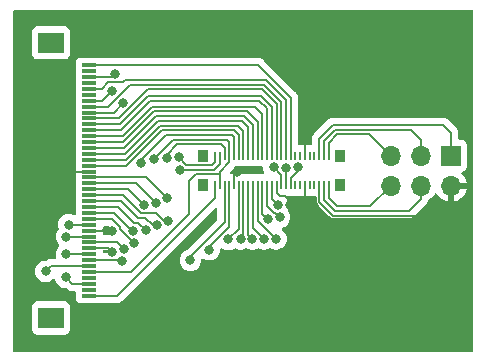
<source format=gtl>
%TF.GenerationSoftware,KiCad,Pcbnew,(6.0.11)*%
%TF.CreationDate,2023-02-05T22:54:30+01:00*%
%TF.ProjectId,ES108FC1_Connector,45533130-3846-4433-915f-436f6e6e6563,rev?*%
%TF.SameCoordinates,Original*%
%TF.FileFunction,Copper,L1,Top*%
%TF.FilePolarity,Positive*%
%FSLAX46Y46*%
G04 Gerber Fmt 4.6, Leading zero omitted, Abs format (unit mm)*
G04 Created by KiCad (PCBNEW (6.0.11)) date 2023-02-05 22:54:30*
%MOMM*%
%LPD*%
G01*
G04 APERTURE LIST*
%TA.AperFunction,SMDPad,CuDef*%
%ADD10R,1.300000X0.300000*%
%TD*%
%TA.AperFunction,SMDPad,CuDef*%
%ADD11R,2.200000X1.800000*%
%TD*%
%TA.AperFunction,SMDPad,CuDef*%
%ADD12R,0.900000X1.000000*%
%TD*%
%TA.AperFunction,SMDPad,CuDef*%
%ADD13R,0.200000X0.800000*%
%TD*%
%TA.AperFunction,ComponentPad*%
%ADD14O,1.700000X1.700000*%
%TD*%
%TA.AperFunction,ComponentPad*%
%ADD15R,1.700000X1.700000*%
%TD*%
%TA.AperFunction,ViaPad*%
%ADD16C,0.800000*%
%TD*%
%TA.AperFunction,Conductor*%
%ADD17C,0.200000*%
%TD*%
G04 APERTURE END LIST*
D10*
%TO.P,U1,1,VGL*%
%TO.N,/VGL*%
X21050000Y-33700000D03*
%TO.P,U1,2,NC*%
%TO.N,unconnected-(U1-Pad2)*%
X21050000Y-33200000D03*
%TO.P,U1,3,VGH*%
%TO.N,/VGH*%
X21050000Y-32700000D03*
%TO.P,U1,4,NC*%
%TO.N,unconnected-(U1-Pad4)*%
X21050000Y-32200000D03*
%TO.P,U1,5,VDD*%
%TO.N,VDD*%
X21050000Y-31700000D03*
%TO.P,U1,6,Mode*%
%TO.N,/MODE*%
X21050000Y-31200000D03*
%TO.P,U1,7,CKV*%
%TO.N,/CKV*%
X21050000Y-30700000D03*
%TO.P,U1,8,SPV*%
%TO.N,/SPV*%
X21050000Y-30200000D03*
%TO.P,U1,9,VSS*%
%TO.N,GND*%
X21050000Y-29700000D03*
%TO.P,U1,10,VCOM*%
%TO.N,/VCOM*%
X21050000Y-29200000D03*
%TO.P,U1,11,VDD*%
%TO.N,VDD*%
X21050000Y-28700000D03*
%TO.P,U1,12,VSS*%
%TO.N,GND*%
X21050000Y-28200000D03*
%TO.P,U1,13,XCL*%
%TO.N,/XCL*%
X21050000Y-27700000D03*
%TO.P,U1,14,D0*%
%TO.N,/D0*%
X21050000Y-27200000D03*
%TO.P,U1,15,D1*%
%TO.N,/D1*%
X21050000Y-26700000D03*
%TO.P,U1,16,D2*%
%TO.N,/D2*%
X21050000Y-26200000D03*
%TO.P,U1,17,D3*%
%TO.N,/D3*%
X21050000Y-25700000D03*
%TO.P,U1,18,D4*%
%TO.N,/D4*%
X21050000Y-25200000D03*
%TO.P,U1,19,D5*%
%TO.N,/D5*%
X21050000Y-24700000D03*
%TO.P,U1,20,D6*%
%TO.N,/D6*%
X21050000Y-24200000D03*
%TO.P,U1,21,D7*%
%TO.N,/D7*%
X21050000Y-23700000D03*
%TO.P,U1,22,VSS*%
%TO.N,GND*%
X21050000Y-23200000D03*
%TO.P,U1,23,D8*%
%TO.N,/D8*%
X21050000Y-22700000D03*
%TO.P,U1,24,D9*%
%TO.N,/D9*%
X21050000Y-22200000D03*
%TO.P,U1,25,D10*%
%TO.N,/D10*%
X21050000Y-21700000D03*
%TO.P,U1,26,D11*%
%TO.N,/D11*%
X21050000Y-21200000D03*
%TO.P,U1,27,D12*%
%TO.N,/D12*%
X21050000Y-20700000D03*
%TO.P,U1,28,D13*%
%TO.N,/D13*%
X21050000Y-20200000D03*
%TO.P,U1,29,D14*%
%TO.N,/D14*%
X21050000Y-19700000D03*
%TO.P,U1,30,D15*%
%TO.N,/D15*%
X21050000Y-19200000D03*
%TO.P,U1,31,XSTL*%
%TO.N,/XSTL*%
X21050000Y-18700000D03*
%TO.P,U1,32,XLE*%
%TO.N,/XLE*%
X21050000Y-18200000D03*
%TO.P,U1,33,XOE*%
%TO.N,/XOE*%
X21050000Y-17700000D03*
%TO.P,U1,34,TEST*%
%TO.N,/TEST*%
X21050000Y-17200000D03*
%TO.P,U1,35,NC*%
%TO.N,unconnected-(U1-Pad35)*%
X21050000Y-16700000D03*
%TO.P,U1,36,VPOS*%
%TO.N,/VPOS*%
X21050000Y-16200000D03*
%TO.P,U1,37,NC*%
%TO.N,unconnected-(U1-Pad37)*%
X21050000Y-15700000D03*
%TO.P,U1,38,VNEG*%
%TO.N,/VNEG*%
X21050000Y-15200000D03*
%TO.P,U1,39,NC*%
%TO.N,unconnected-(U1-Pad39)*%
X21050000Y-14700000D03*
%TO.P,U1,40,BORDER*%
%TO.N,/BRD*%
X21050000Y-14200000D03*
D11*
%TO.P,U1,MP*%
%TO.N,N/C*%
X17800000Y-12300000D03*
X17800000Y-35600000D03*
%TD*%
D12*
%TO.P,J2,0*%
%TO.N,N/C*%
X30692336Y-21842336D03*
X30692336Y-24342336D03*
X42292336Y-21842336D03*
X42292336Y-24342336D03*
D13*
%TO.P,J2,1,VGL*%
%TO.N,/VGL*%
X31692336Y-24342336D03*
%TO.P,J2,2,VGH*%
%TO.N,/VGH*%
X31692336Y-21842336D03*
%TO.P,J2,3,VDD*%
%TO.N,VDD*%
X32092336Y-24342336D03*
%TO.P,J2,4,MODE*%
%TO.N,/MODE*%
X32092336Y-21842336D03*
%TO.P,J2,5,CKV*%
%TO.N,/CKV*%
X32492336Y-24342336D03*
%TO.P,J2,6,SPV*%
%TO.N,/SPV*%
X32492336Y-21842336D03*
%TO.P,J2,7,VCOM*%
%TO.N,/VCOM*%
X32892336Y-24342336D03*
%TO.P,J2,8,VDD*%
%TO.N,VDD*%
X32892336Y-21842336D03*
%TO.P,J2,9,VSS*%
%TO.N,GND*%
X33292336Y-24342336D03*
%TO.P,J2,10,XCL*%
%TO.N,/XCL*%
X33292336Y-21842336D03*
%TO.P,J2,11,D0*%
%TO.N,/D0*%
X33692336Y-24342336D03*
%TO.P,J2,12,D8*%
%TO.N,/D8*%
X33692336Y-21842336D03*
%TO.P,J2,13,D1*%
%TO.N,/D1*%
X34092336Y-24342336D03*
%TO.P,J2,14,D9*%
%TO.N,/D9*%
X34092336Y-21842336D03*
%TO.P,J2,15,D2*%
%TO.N,/D2*%
X34492336Y-24342336D03*
%TO.P,J2,16,D10*%
%TO.N,/D10*%
X34492336Y-21842336D03*
%TO.P,J2,17,D3*%
%TO.N,/D3*%
X34892336Y-24342336D03*
%TO.P,J2,18,D11*%
%TO.N,/D11*%
X34892336Y-21842336D03*
%TO.P,J2,19,D4*%
%TO.N,/D4*%
X35292336Y-24342336D03*
%TO.P,J2,20,D12*%
%TO.N,/D12*%
X35292336Y-21842336D03*
%TO.P,J2,21,D5*%
%TO.N,/D5*%
X35692336Y-24342336D03*
%TO.P,J2,22,D13*%
%TO.N,/D13*%
X35692336Y-21842336D03*
%TO.P,J2,23,D6*%
%TO.N,/D6*%
X36092336Y-24342336D03*
%TO.P,J2,24,D14*%
%TO.N,/D14*%
X36092336Y-21842336D03*
%TO.P,J2,25,D7*%
%TO.N,/D7*%
X36492336Y-24342336D03*
%TO.P,J2,26,D15*%
%TO.N,/D15*%
X36492336Y-21842336D03*
%TO.P,J2,27,VSS*%
%TO.N,GND*%
X36892336Y-24342336D03*
%TO.P,J2,28,XSTL*%
%TO.N,/XSTL*%
X36892336Y-21842336D03*
%TO.P,J2,29,XLE*%
%TO.N,/XLE*%
X37292336Y-24342336D03*
%TO.P,J2,30,XOE*%
%TO.N,/XOE*%
X37292336Y-21842336D03*
%TO.P,J2,31,XON*%
%TO.N,/TEST*%
X37692336Y-24342336D03*
%TO.P,J2,32,VPOS*%
%TO.N,/VPOS*%
X37692336Y-21842336D03*
%TO.P,J2,33,VNEG*%
%TO.N,/VNEG*%
X38092336Y-24342336D03*
%TO.P,J2,34,Border*%
%TO.N,/BRD*%
X38092336Y-21842336D03*
%TO.P,J2,35,NC*%
%TO.N,unconnected-(J2-Pad35)*%
X38492336Y-24342336D03*
%TO.P,J2,36,NC*%
%TO.N,unconnected-(J2-Pad36)*%
X38492336Y-21842336D03*
%TO.P,J2,37,NC*%
%TO.N,unconnected-(J2-Pad37)*%
X38892336Y-24342336D03*
%TO.P,J2,38,NC*%
%TO.N,unconnected-(J2-Pad38)*%
X38892336Y-21842336D03*
%TO.P,J2,39,VSS*%
%TO.N,GND*%
X39292336Y-24342336D03*
%TO.P,J2,40,VSS*%
X39292336Y-21842336D03*
%TO.P,J2,41,NC*%
%TO.N,unconnected-(J2-Pad41)*%
X39692336Y-24342336D03*
%TO.P,J2,42,NC*%
%TO.N,unconnected-(J2-Pad42)*%
X39692336Y-21842336D03*
%TO.P,J2,43,NC*%
%TO.N,unconnected-(J2-Pad43)*%
X40092336Y-24342336D03*
%TO.P,J2,44,NC*%
%TO.N,unconnected-(J2-Pad44)*%
X40092336Y-21842336D03*
%TO.P,J2,45,VSS*%
%TO.N,GND*%
X40492336Y-24342336D03*
%TO.P,J2,46,VDD2*%
%TO.N,/SPI_VDD*%
X40492336Y-21842336D03*
%TO.P,J2,47,SPI_SCL*%
%TO.N,/SPI_SCL*%
X40892336Y-24342336D03*
%TO.P,J2,48,SPI_NCS*%
%TO.N,/SPI_NCS*%
X40892336Y-21842336D03*
%TO.P,J2,49,SPI_SDI*%
%TO.N,/SPI_SDI*%
X41292336Y-24342336D03*
%TO.P,J2,50,SPI_SDO*%
%TO.N,/SPI_SDO*%
X41292336Y-21842336D03*
%TD*%
D14*
%TO.P,J1,6,Pin_6*%
%TO.N,/SPI_SDI*%
X46570000Y-24390000D03*
%TO.P,J1,5,Pin_5*%
%TO.N,/SPI_SDO*%
X46570000Y-21850000D03*
%TO.P,J1,4,Pin_4*%
%TO.N,/SPI_SCL*%
X49110000Y-24390000D03*
%TO.P,J1,3,Pin_3*%
%TO.N,/SPI_NCS*%
X49110000Y-21850000D03*
%TO.P,J1,2,Pin_2*%
%TO.N,GND*%
X51650000Y-24390000D03*
D15*
%TO.P,J1,1,Pin_1*%
%TO.N,/SPI_VDD*%
X51650000Y-21850000D03*
%TD*%
D16*
%TO.N,GND*%
X15350000Y-10600000D03*
X15500000Y-37700000D03*
X40300000Y-17950000D03*
X47250000Y-10700000D03*
X50950000Y-14450000D03*
X50900000Y-10750000D03*
X35100000Y-11000000D03*
X30750000Y-12500000D03*
X28300000Y-11000000D03*
X25100000Y-12500000D03*
X18450000Y-14600000D03*
X16200000Y-16300000D03*
X18450000Y-18050000D03*
X16200000Y-20050000D03*
X49150000Y-36500000D03*
X49950000Y-37600000D03*
X48150000Y-37600000D03*
X49150000Y-29700000D03*
X50000000Y-30850000D03*
X48100000Y-30900000D03*
X19500000Y-26300000D03*
X19450000Y-24800000D03*
X26350000Y-37000000D03*
X25400000Y-35800000D03*
X24050000Y-36950000D03*
X38050000Y-26000000D03*
X33550000Y-23200000D03*
X22950000Y-28200000D03*
X22950000Y-30000000D03*
X19441642Y-23149500D03*
%TO.N,/VNEG*%
X38679445Y-22839492D03*
X23250000Y-14900000D03*
%TO.N,/TEST*%
X37680140Y-22859370D03*
X22950000Y-16350000D03*
%TO.N,/XLE*%
X36668506Y-22836979D03*
X23871064Y-17421064D03*
%TO.N,/CKV*%
X23800000Y-30750000D03*
X29600000Y-30700000D03*
%TO.N,/VCOM*%
X23964317Y-29764097D03*
X31200000Y-29799500D03*
%TO.N,/MODE*%
X28705378Y-23094622D03*
X17350000Y-31650000D03*
%TO.N,/VGH*%
X19050000Y-32150000D03*
X28600000Y-22000000D03*
%TO.N,/SPV*%
X19100000Y-30200000D03*
X27589244Y-22039244D03*
%TO.N,VDD*%
X19100000Y-28700000D03*
X26479003Y-22160241D03*
%TO.N,/XCL*%
X25408837Y-22458837D03*
X19300000Y-27700000D03*
%TO.N,/D7*%
X27624077Y-25450500D03*
X36994622Y-26005378D03*
%TO.N,/D6*%
X26655102Y-25850500D03*
X37150550Y-27061785D03*
%TO.N,/D5*%
X25655638Y-26016394D03*
X36165996Y-27234004D03*
%TO.N,/D4*%
X27681368Y-27350500D03*
X36842853Y-28900104D03*
%TO.N,/D3*%
X35843351Y-28899564D03*
X26748439Y-27750500D03*
%TO.N,/D2*%
X25818754Y-28150500D03*
X34843850Y-28901354D03*
%TO.N,/D1*%
X24775365Y-28224635D03*
X33844372Y-28894372D03*
%TO.N,/D0*%
X24835319Y-29273832D03*
X32800000Y-28949500D03*
%TO.N,GND*%
X39392336Y-26042336D03*
X39292336Y-19942336D03*
%TD*%
D17*
%TO.N,/D7*%
X27624077Y-25450500D02*
X25873577Y-23700000D01*
X25873577Y-23700000D02*
X21050000Y-23700000D01*
%TO.N,/D6*%
X26655102Y-25850500D02*
X25004602Y-24200000D01*
X25004602Y-24200000D02*
X21050000Y-24200000D01*
%TO.N,/D4*%
X27681368Y-27350500D02*
X27338389Y-27350500D01*
X27338389Y-27350500D02*
X26712524Y-26724635D01*
X26712524Y-26724635D02*
X25374635Y-26724635D01*
X25374635Y-26724635D02*
X23850000Y-25200000D01*
X23850000Y-25200000D02*
X21050000Y-25200000D01*
%TO.N,/D5*%
X25655638Y-26016394D02*
X24339244Y-24700000D01*
X24339244Y-24700000D02*
X21050000Y-24700000D01*
%TO.N,/D3*%
X26748439Y-27750500D02*
X26408704Y-27750500D01*
X26408704Y-27750500D02*
X25782839Y-27124635D01*
X25782839Y-27124635D02*
X25186301Y-27124635D01*
X25186301Y-27124635D02*
X23761666Y-25700000D01*
X23761666Y-25700000D02*
X21050000Y-25700000D01*
%TO.N,/D2*%
X25818754Y-28150500D02*
X25192889Y-27524635D01*
X25192889Y-27524635D02*
X24824635Y-27524635D01*
X24824635Y-27524635D02*
X23500000Y-26200000D01*
X23500000Y-26200000D02*
X21050000Y-26200000D01*
%TO.N,/D1*%
X24775365Y-28224635D02*
X24674635Y-28224635D01*
X24674635Y-28224635D02*
X23150000Y-26700000D01*
X23150000Y-26700000D02*
X21050000Y-26700000D01*
%TO.N,/D0*%
X24835319Y-29273832D02*
X23650000Y-28088513D01*
X23650000Y-28088513D02*
X23650000Y-27910050D01*
X23650000Y-27910050D02*
X22939950Y-27200000D01*
X22939950Y-27200000D02*
X21050000Y-27200000D01*
%TO.N,/VCOM*%
X23964317Y-29764097D02*
X23400220Y-29200000D01*
X23400220Y-29200000D02*
X21050000Y-29200000D01*
%TO.N,/SPI_NCS*%
X40892336Y-21842336D02*
X40892336Y-20576650D01*
X40892336Y-20576650D02*
X41826651Y-19642336D01*
X41826651Y-19642336D02*
X48242336Y-19642336D01*
X48242336Y-19642336D02*
X49110000Y-20510000D01*
X49110000Y-20510000D02*
X49110000Y-21850000D01*
%TO.N,/SPI_SCL*%
X40892336Y-24342336D02*
X40892336Y-25608022D01*
X40892336Y-25608022D02*
X41826651Y-26542336D01*
X41826651Y-26542336D02*
X48107664Y-26542336D01*
X48107664Y-26542336D02*
X49110000Y-25540000D01*
X49110000Y-25540000D02*
X49110000Y-24390000D01*
%TO.N,GND*%
X51650000Y-26374672D02*
X51650000Y-24390000D01*
%TO.N,/SPI_SDI*%
X41292336Y-24342336D02*
X41292336Y-25442336D01*
%TO.N,GND*%
X51082336Y-26942336D02*
X51650000Y-26374672D01*
%TO.N,/SPI_SDI*%
X41292336Y-25442336D02*
X41992336Y-26142336D01*
%TO.N,GND*%
X40492336Y-25773708D02*
X41660965Y-26942336D01*
%TO.N,/SPI_SDO*%
X44762336Y-20042336D02*
X46570000Y-21850000D01*
%TO.N,/SPI_SDI*%
X41992336Y-26142336D02*
X44817664Y-26142336D01*
%TO.N,/SPI_SDO*%
X41992336Y-20042336D02*
X44762336Y-20042336D01*
%TO.N,GND*%
X40492336Y-24342336D02*
X40492336Y-25773708D01*
%TO.N,/SPI_SDI*%
X44817664Y-26142336D02*
X46570000Y-24390000D01*
%TO.N,GND*%
X41660965Y-26942336D02*
X51082336Y-26942336D01*
%TO.N,/SPI_VDD*%
X50992336Y-19242336D02*
X51650000Y-19900000D01*
%TO.N,/SPI_SDO*%
X41292336Y-20742336D02*
X41992336Y-20042336D01*
X41292336Y-21842336D02*
X41292336Y-20742336D01*
%TO.N,/SPI_VDD*%
X40492336Y-21842336D02*
X40492336Y-20410964D01*
X40492336Y-20410964D02*
X41660965Y-19242336D01*
X41660965Y-19242336D02*
X50992336Y-19242336D01*
X51650000Y-19900000D02*
X51650000Y-21850000D01*
%TO.N,GND*%
X38050000Y-25760756D02*
X38050000Y-26000000D01*
X37594622Y-25305378D02*
X38050000Y-25760756D01*
X36892336Y-25042336D02*
X37155378Y-25305378D01*
X36892336Y-24342336D02*
X36892336Y-25042336D01*
X37155378Y-25305378D02*
X37594622Y-25305378D01*
X33292336Y-23457664D02*
X33550000Y-23200000D01*
X33292336Y-24342336D02*
X33292336Y-23457664D01*
X21050000Y-28200000D02*
X22950000Y-28200000D01*
X22650000Y-29700000D02*
X22950000Y-30000000D01*
X21050000Y-29700000D02*
X22650000Y-29700000D01*
X19492142Y-23200000D02*
X19441642Y-23149500D01*
X21050000Y-23200000D02*
X19492142Y-23200000D01*
%TO.N,VDD*%
X32092336Y-24342336D02*
X32092336Y-23442336D01*
X30057664Y-23442336D02*
X32092336Y-23442336D01*
X32092336Y-23442336D02*
X32092336Y-23207664D01*
X29500000Y-26800000D02*
X29500000Y-24000000D01*
X29500000Y-24000000D02*
X30057664Y-23442336D01*
%TO.N,/MODE*%
X32092336Y-21842336D02*
X32092335Y-22573350D01*
X32092335Y-22573350D02*
X31623348Y-23042336D01*
X31623348Y-23042336D02*
X28757664Y-23042336D01*
X28757664Y-23042336D02*
X28705378Y-23094622D01*
%TO.N,/VGH*%
X31692336Y-21842336D02*
X31692336Y-22407664D01*
X31692336Y-22407664D02*
X31457663Y-22642336D01*
X31457663Y-22642336D02*
X29242336Y-22642336D01*
X29242336Y-22642336D02*
X28600000Y-22000000D01*
%TO.N,VDD*%
X24600000Y-31700000D02*
X29500000Y-26800000D01*
X21050000Y-31700000D02*
X24600000Y-31700000D01*
%TO.N,/VNEG*%
X38092336Y-24342336D02*
X38092336Y-23707664D01*
X38092336Y-23707664D02*
X38679445Y-23120555D01*
X38679445Y-23120555D02*
X38679445Y-22839492D01*
%TO.N,/TEST*%
X37680140Y-22859370D02*
X37680140Y-23282927D01*
X37680140Y-23282927D02*
X37692336Y-23295124D01*
X37692336Y-23295124D02*
X37692336Y-24342336D01*
%TO.N,/XLE*%
X36668506Y-22836979D02*
X37292336Y-23460809D01*
X37292336Y-23460809D02*
X37292336Y-24342336D01*
%TO.N,/VNEG*%
X21050000Y-15200000D02*
X22950000Y-15200000D01*
X22950000Y-15200000D02*
X23250000Y-14900000D01*
%TO.N,/VPOS*%
X37692336Y-21842336D02*
X37692336Y-17108022D01*
X37692336Y-17108022D02*
X36034314Y-15450000D01*
X36034314Y-15450000D02*
X24050000Y-15450000D01*
X24050000Y-15450000D02*
X23850000Y-15650000D01*
X23850000Y-15650000D02*
X22660050Y-15650000D01*
X22660050Y-15650000D02*
X22110050Y-16200000D01*
X22110050Y-16200000D02*
X21050000Y-16200000D01*
%TO.N,/TEST*%
X21050000Y-17200000D02*
X22100000Y-17200000D01*
X22100000Y-17200000D02*
X22950000Y-16350000D01*
%TO.N,/XOE*%
X37292336Y-21842336D02*
X37292336Y-17273708D01*
X37292336Y-17273708D02*
X35868628Y-15850000D01*
X35868628Y-15850000D02*
X24450000Y-15850000D01*
X22600000Y-17700000D02*
X21050000Y-17700000D01*
X24450000Y-15850000D02*
X22600000Y-17700000D01*
%TO.N,/XLE*%
X21050000Y-18200000D02*
X23092128Y-18200000D01*
X23092128Y-18200000D02*
X23871064Y-17421064D01*
%TO.N,/VGL*%
X31692336Y-24342336D02*
X31692336Y-25407664D01*
X31692336Y-25407664D02*
X23400000Y-33700000D01*
X23400000Y-33700000D02*
X21050000Y-33700000D01*
%TO.N,/CKV*%
X32492336Y-27507664D02*
X29900000Y-30100000D01*
X32492336Y-24342336D02*
X32492336Y-27507664D01*
X29900000Y-30100000D02*
X29600000Y-30400000D01*
X29600000Y-30400000D02*
X29600000Y-30700000D01*
X23800000Y-30750000D02*
X23750000Y-30700000D01*
X23750000Y-30700000D02*
X21050000Y-30700000D01*
%TO.N,/VCOM*%
X32892336Y-24342336D02*
X32892336Y-27857664D01*
X32892336Y-27857664D02*
X31200000Y-29550000D01*
X31200000Y-29550000D02*
X31200000Y-29799500D01*
%TO.N,VDD*%
X32092336Y-23207664D02*
X32892336Y-22407664D01*
X32892336Y-22407664D02*
X32892336Y-21842336D01*
%TO.N,/MODE*%
X21050000Y-31200000D02*
X17800000Y-31200000D01*
X17800000Y-31200000D02*
X17350000Y-31650000D01*
%TO.N,/VGH*%
X19050000Y-32150000D02*
X19600000Y-32700000D01*
X19600000Y-32700000D02*
X21050000Y-32700000D01*
%TO.N,/SPV*%
X19100000Y-30200000D02*
X21050000Y-30200000D01*
X27589244Y-21760756D02*
X27589244Y-22039244D01*
X28450000Y-20900000D02*
X27589244Y-21760756D01*
X32492336Y-21242336D02*
X32150000Y-20900000D01*
X32150000Y-20900000D02*
X28450000Y-20900000D01*
X32492336Y-21842336D02*
X32492336Y-21242336D01*
%TO.N,VDD*%
X32892336Y-20700000D02*
X32692336Y-20500000D01*
X32892336Y-21842336D02*
X32892336Y-20700000D01*
X32692336Y-20500000D02*
X28139244Y-20500000D01*
X28139244Y-20500000D02*
X26479003Y-22160241D01*
X19100000Y-28700000D02*
X21050000Y-28700000D01*
%TO.N,/XCL*%
X33292336Y-20308022D02*
X33092157Y-20107843D01*
X27550000Y-20100000D02*
X25408837Y-22241163D01*
X33092157Y-20107843D02*
X33084314Y-20100000D01*
X33292336Y-21842336D02*
X33292336Y-20308022D01*
X25408837Y-22241163D02*
X25408837Y-22458837D01*
X33084314Y-20100000D02*
X27550000Y-20100000D01*
X19300000Y-27700000D02*
X21050000Y-27700000D01*
%TO.N,/D6*%
X37150550Y-27061785D02*
X36794143Y-26705378D01*
X36794143Y-26705378D02*
X36704672Y-26705378D01*
X36704672Y-26705378D02*
X36092336Y-26093042D01*
X36092336Y-26093042D02*
X36092336Y-24342336D01*
%TO.N,/D5*%
X35692336Y-26760344D02*
X35692336Y-24342336D01*
X36165996Y-27234004D02*
X35692336Y-26760344D01*
%TO.N,/D7*%
X36994622Y-26005378D02*
X36492336Y-25503092D01*
X36492336Y-25503092D02*
X36492336Y-24342336D01*
%TO.N,/D4*%
X36842853Y-28900104D02*
X35292336Y-27349587D01*
X35292336Y-27349587D02*
X35292336Y-24342336D01*
%TO.N,/D3*%
X35843351Y-28899564D02*
X34892336Y-27948549D01*
X34892336Y-27948549D02*
X34892336Y-24342336D01*
%TO.N,/D2*%
X34843850Y-28901354D02*
X34492336Y-28549840D01*
X34492336Y-28549840D02*
X34492336Y-24342336D01*
%TO.N,/D1*%
X33844372Y-28894372D02*
X34092336Y-28646408D01*
X34092336Y-28646408D02*
X34092336Y-24342336D01*
%TO.N,/D0*%
X32800000Y-28949500D02*
X33692336Y-28057164D01*
X33692336Y-28057164D02*
X33692336Y-24342336D01*
%TO.N,/D8*%
X33692336Y-21842336D02*
X33692336Y-20142336D01*
X24178430Y-22700000D02*
X21050000Y-22700000D01*
X33692336Y-20142336D02*
X33250000Y-19700000D01*
X33250000Y-19700000D02*
X27178430Y-19700000D01*
X27178430Y-19700000D02*
X24178430Y-22700000D01*
%TO.N,/D9*%
X34092336Y-21842336D02*
X34092336Y-19792336D01*
X34092336Y-19792336D02*
X33600000Y-19300000D01*
X33600000Y-19300000D02*
X27012744Y-19300000D01*
X27012744Y-19300000D02*
X24112744Y-22200000D01*
X24112744Y-22200000D02*
X21050000Y-22200000D01*
%TO.N,/D10*%
X34492336Y-21842336D02*
X34492336Y-19458022D01*
X33934314Y-18900000D02*
X26847058Y-18900000D01*
X24047058Y-21700000D02*
X21050000Y-21700000D01*
X34492336Y-19458022D02*
X33934314Y-18900000D01*
X26847058Y-18900000D02*
X24047058Y-21700000D01*
%TO.N,/D11*%
X34892336Y-19292336D02*
X34100000Y-18500000D01*
X34892336Y-21842336D02*
X34892336Y-19292336D01*
X26681372Y-18500000D02*
X23981372Y-21200000D01*
X34100000Y-18500000D02*
X26681372Y-18500000D01*
X23981372Y-21200000D02*
X21050000Y-21200000D01*
%TO.N,/D12*%
X35292336Y-21842336D02*
X35292336Y-19042336D01*
X35292336Y-19042336D02*
X34350000Y-18100000D01*
X34350000Y-18100000D02*
X26515686Y-18100000D01*
X26515686Y-18100000D02*
X23915685Y-20700000D01*
X23915685Y-20700000D02*
X21050000Y-20700000D01*
%TO.N,/D13*%
X35692336Y-21842336D02*
X35692336Y-18298708D01*
X35093628Y-17700000D02*
X26350000Y-17700000D01*
X26350000Y-17700000D02*
X23850000Y-20200000D01*
X35692336Y-18298708D02*
X35093628Y-17700000D01*
X23850000Y-20200000D02*
X21050000Y-20200000D01*
%TO.N,/D14*%
X26206372Y-17206372D02*
X35440686Y-17206372D01*
X21050000Y-19700000D02*
X23712744Y-19700000D01*
X23712744Y-19700000D02*
X26206372Y-17206372D01*
X35440686Y-17206372D02*
X36092336Y-17858022D01*
X36092336Y-17858022D02*
X36092336Y-21842336D01*
%TO.N,/D15*%
X36492336Y-21842336D02*
X36492336Y-17692336D01*
X35600000Y-16800000D02*
X26047058Y-16800000D01*
X36492336Y-17692336D02*
X35600000Y-16800000D01*
X26047058Y-16800000D02*
X23647058Y-19200000D01*
X23647058Y-19200000D02*
X21050000Y-19200000D01*
%TO.N,/XSTL*%
X36892336Y-21842336D02*
X36892336Y-17439394D01*
X36892336Y-17439394D02*
X35702942Y-16250000D01*
X35702942Y-16250000D02*
X26031372Y-16250000D01*
X26031372Y-16250000D02*
X23581372Y-18700000D01*
X23581372Y-18700000D02*
X21050000Y-18700000D01*
%TO.N,/BRD*%
X38092336Y-21842336D02*
X38092336Y-16942336D01*
X38092336Y-16942336D02*
X35350000Y-14200000D01*
X35350000Y-14200000D02*
X21050000Y-14200000D01*
%TO.N,GND*%
X39292336Y-25942336D02*
X39392336Y-26042336D01*
X39292336Y-21842336D02*
X39292336Y-19942336D01*
X39292336Y-24342336D02*
X39292336Y-25942336D01*
%TD*%
%TA.AperFunction,Conductor*%
%TO.N,GND*%
G36*
X53483621Y-9528502D02*
G01*
X53530114Y-9582158D01*
X53541500Y-9634500D01*
X53541500Y-38365500D01*
X53521498Y-38433621D01*
X53467842Y-38480114D01*
X53415500Y-38491500D01*
X14684500Y-38491500D01*
X14616379Y-38471498D01*
X14569886Y-38417842D01*
X14558500Y-38365500D01*
X14558500Y-36548134D01*
X16191500Y-36548134D01*
X16198255Y-36610316D01*
X16249385Y-36746705D01*
X16336739Y-36863261D01*
X16453295Y-36950615D01*
X16589684Y-37001745D01*
X16651866Y-37008500D01*
X18948134Y-37008500D01*
X19010316Y-37001745D01*
X19146705Y-36950615D01*
X19263261Y-36863261D01*
X19350615Y-36746705D01*
X19401745Y-36610316D01*
X19408500Y-36548134D01*
X19408500Y-34651866D01*
X19401745Y-34589684D01*
X19350615Y-34453295D01*
X19263261Y-34336739D01*
X19146705Y-34249385D01*
X19010316Y-34198255D01*
X18948134Y-34191500D01*
X16651866Y-34191500D01*
X16589684Y-34198255D01*
X16453295Y-34249385D01*
X16336739Y-34336739D01*
X16249385Y-34453295D01*
X16198255Y-34589684D01*
X16191500Y-34651866D01*
X16191500Y-36548134D01*
X14558500Y-36548134D01*
X14558500Y-31650000D01*
X16436496Y-31650000D01*
X16456458Y-31839928D01*
X16515473Y-32021556D01*
X16610960Y-32186944D01*
X16738747Y-32328866D01*
X16893248Y-32441118D01*
X16899276Y-32443802D01*
X16899278Y-32443803D01*
X17059806Y-32515274D01*
X17067712Y-32518794D01*
X17161113Y-32538647D01*
X17248056Y-32557128D01*
X17248061Y-32557128D01*
X17254513Y-32558500D01*
X17445487Y-32558500D01*
X17451939Y-32557128D01*
X17451944Y-32557128D01*
X17538887Y-32538647D01*
X17632288Y-32518794D01*
X17640194Y-32515274D01*
X17800722Y-32443803D01*
X17800724Y-32443802D01*
X17806752Y-32441118D01*
X17834592Y-32420891D01*
X17955909Y-32332749D01*
X17955911Y-32332747D01*
X17961253Y-32328866D01*
X17965273Y-32324402D01*
X18029080Y-32293780D01*
X18099533Y-32302543D01*
X18154065Y-32348005D01*
X18169217Y-32379196D01*
X18215473Y-32521556D01*
X18218776Y-32527278D01*
X18218777Y-32527279D01*
X18236803Y-32558500D01*
X18310960Y-32686944D01*
X18438747Y-32828866D01*
X18529381Y-32894716D01*
X18586745Y-32936393D01*
X18593248Y-32941118D01*
X18599276Y-32943802D01*
X18599278Y-32943803D01*
X18761681Y-33016109D01*
X18767712Y-33018794D01*
X18861112Y-33038647D01*
X18948056Y-33057128D01*
X18948061Y-33057128D01*
X18954513Y-33058500D01*
X19045761Y-33058500D01*
X19113882Y-33078502D01*
X19134856Y-33095405D01*
X19135685Y-33096234D01*
X19146552Y-33108625D01*
X19166013Y-33133987D01*
X19197925Y-33158474D01*
X19197928Y-33158477D01*
X19234760Y-33186739D01*
X19293125Y-33231524D01*
X19441150Y-33292838D01*
X19560115Y-33308500D01*
X19560120Y-33308500D01*
X19560129Y-33308501D01*
X19591812Y-33312672D01*
X19600000Y-33313750D01*
X19631693Y-33309578D01*
X19648136Y-33308500D01*
X19768709Y-33308500D01*
X19836830Y-33328502D01*
X19883323Y-33382158D01*
X19893972Y-33420891D01*
X19895656Y-33436391D01*
X19895656Y-33463606D01*
X19891500Y-33501866D01*
X19891500Y-33898134D01*
X19898255Y-33960316D01*
X19949385Y-34096705D01*
X20036739Y-34213261D01*
X20153295Y-34300615D01*
X20289684Y-34351745D01*
X20351866Y-34358500D01*
X21748134Y-34358500D01*
X21751531Y-34358131D01*
X21802466Y-34352598D01*
X21802468Y-34352598D01*
X21810316Y-34351745D01*
X21817709Y-34348973D01*
X21817711Y-34348973D01*
X21904284Y-34316518D01*
X21948513Y-34308500D01*
X23351864Y-34308500D01*
X23368307Y-34309578D01*
X23400000Y-34313750D01*
X23408189Y-34312672D01*
X23439874Y-34308501D01*
X23439884Y-34308500D01*
X23439885Y-34308500D01*
X23475836Y-34303767D01*
X23539457Y-34295391D01*
X23550664Y-34293916D01*
X23550666Y-34293915D01*
X23558851Y-34292838D01*
X23706876Y-34231524D01*
X23751345Y-34197402D01*
X23802072Y-34158477D01*
X23802075Y-34158474D01*
X23827434Y-34139015D01*
X23833987Y-34133987D01*
X23839017Y-34127432D01*
X23853452Y-34108621D01*
X23864319Y-34096230D01*
X31668741Y-26291808D01*
X31731053Y-26257782D01*
X31801868Y-26262847D01*
X31858704Y-26305394D01*
X31883515Y-26371914D01*
X31883836Y-26380903D01*
X31883836Y-27203425D01*
X31863834Y-27271546D01*
X31846931Y-27292520D01*
X29317161Y-29822290D01*
X29279314Y-29848302D01*
X29149280Y-29906196D01*
X29149277Y-29906198D01*
X29143248Y-29908882D01*
X28988747Y-30021134D01*
X28860960Y-30163056D01*
X28835840Y-30206565D01*
X28775815Y-30310532D01*
X28765473Y-30328444D01*
X28706458Y-30510072D01*
X28705768Y-30516633D01*
X28705768Y-30516635D01*
X28695921Y-30610322D01*
X28686496Y-30700000D01*
X28706458Y-30889928D01*
X28765473Y-31071556D01*
X28860960Y-31236944D01*
X28988747Y-31378866D01*
X29143248Y-31491118D01*
X29149276Y-31493802D01*
X29149278Y-31493803D01*
X29311681Y-31566109D01*
X29317712Y-31568794D01*
X29411112Y-31588647D01*
X29498056Y-31607128D01*
X29498061Y-31607128D01*
X29504513Y-31608500D01*
X29695487Y-31608500D01*
X29701939Y-31607128D01*
X29701944Y-31607128D01*
X29788888Y-31588647D01*
X29882288Y-31568794D01*
X29888319Y-31566109D01*
X30050722Y-31493803D01*
X30050724Y-31493802D01*
X30056752Y-31491118D01*
X30211253Y-31378866D01*
X30339040Y-31236944D01*
X30434527Y-31071556D01*
X30493542Y-30889928D01*
X30513504Y-30700000D01*
X30511644Y-30682306D01*
X30524416Y-30612468D01*
X30572917Y-30560621D01*
X30641750Y-30543226D01*
X30711013Y-30567198D01*
X30743248Y-30590618D01*
X30749276Y-30593302D01*
X30749278Y-30593303D01*
X30787504Y-30610322D01*
X30917712Y-30668294D01*
X30983638Y-30682307D01*
X31098056Y-30706628D01*
X31098061Y-30706628D01*
X31104513Y-30708000D01*
X31295487Y-30708000D01*
X31301939Y-30706628D01*
X31301944Y-30706628D01*
X31416362Y-30682307D01*
X31482288Y-30668294D01*
X31612496Y-30610322D01*
X31650722Y-30593303D01*
X31650724Y-30593302D01*
X31656752Y-30590618D01*
X31682989Y-30571556D01*
X31758580Y-30516635D01*
X31811253Y-30478366D01*
X31815675Y-30473455D01*
X31934621Y-30341352D01*
X31934622Y-30341351D01*
X31939040Y-30336444D01*
X32017816Y-30200000D01*
X32031223Y-30176779D01*
X32031224Y-30176778D01*
X32034527Y-30171056D01*
X32093542Y-29989428D01*
X32096500Y-29961289D01*
X32112741Y-29806761D01*
X32139754Y-29741105D01*
X32197976Y-29700475D01*
X32268921Y-29697772D01*
X32312109Y-29717994D01*
X32343248Y-29740618D01*
X32349276Y-29743302D01*
X32349278Y-29743303D01*
X32498755Y-29809854D01*
X32517712Y-29818294D01*
X32611112Y-29838147D01*
X32698056Y-29856628D01*
X32698061Y-29856628D01*
X32704513Y-29858000D01*
X32895487Y-29858000D01*
X32901939Y-29856628D01*
X32901944Y-29856628D01*
X32988888Y-29838147D01*
X33082288Y-29818294D01*
X33101245Y-29809854D01*
X33250722Y-29743303D01*
X33250724Y-29743302D01*
X33256752Y-29740618D01*
X33262094Y-29736737D01*
X33294670Y-29713069D01*
X33361538Y-29689210D01*
X33419979Y-29699898D01*
X33556049Y-29760480D01*
X33556057Y-29760483D01*
X33562084Y-29763166D01*
X33655485Y-29783019D01*
X33742428Y-29801500D01*
X33742433Y-29801500D01*
X33748885Y-29802872D01*
X33939859Y-29802872D01*
X33946311Y-29801500D01*
X33946316Y-29801500D01*
X34033259Y-29783019D01*
X34126660Y-29763166D01*
X34285023Y-29692659D01*
X34355388Y-29683225D01*
X34387516Y-29692658D01*
X34486519Y-29736737D01*
X34552724Y-29766213D01*
X34561562Y-29770148D01*
X34654962Y-29790001D01*
X34741906Y-29808482D01*
X34741911Y-29808482D01*
X34748363Y-29809854D01*
X34939337Y-29809854D01*
X34945789Y-29808482D01*
X34945794Y-29808482D01*
X35032738Y-29790001D01*
X35126138Y-29770148D01*
X35134977Y-29766213D01*
X35254340Y-29713069D01*
X35294363Y-29695250D01*
X35364729Y-29685816D01*
X35396857Y-29695249D01*
X35504788Y-29743303D01*
X35549402Y-29763166D01*
X35561063Y-29768358D01*
X35654463Y-29788211D01*
X35741407Y-29806692D01*
X35741412Y-29806692D01*
X35747864Y-29808064D01*
X35938838Y-29808064D01*
X35945290Y-29806692D01*
X35945295Y-29806692D01*
X36032239Y-29788211D01*
X36125639Y-29768358D01*
X36137301Y-29763166D01*
X36291247Y-29694625D01*
X36361614Y-29685191D01*
X36393743Y-29694624D01*
X36446237Y-29717996D01*
X36547691Y-29763166D01*
X36560565Y-29768898D01*
X36653965Y-29788751D01*
X36740909Y-29807232D01*
X36740914Y-29807232D01*
X36747366Y-29808604D01*
X36938340Y-29808604D01*
X36944792Y-29807232D01*
X36944797Y-29807232D01*
X37031741Y-29788751D01*
X37125141Y-29768898D01*
X37134934Y-29764538D01*
X37293575Y-29693907D01*
X37293577Y-29693906D01*
X37299605Y-29691222D01*
X37307495Y-29685490D01*
X37362690Y-29645388D01*
X37454106Y-29578970D01*
X37507499Y-29519671D01*
X37577474Y-29441956D01*
X37577475Y-29441955D01*
X37581893Y-29437048D01*
X37677380Y-29271660D01*
X37736395Y-29090032D01*
X37737736Y-29077279D01*
X37755667Y-28906669D01*
X37756357Y-28900104D01*
X37736395Y-28710176D01*
X37677380Y-28528548D01*
X37581893Y-28363160D01*
X37552110Y-28330082D01*
X37458528Y-28226149D01*
X37458527Y-28226148D01*
X37454106Y-28221238D01*
X37368736Y-28159213D01*
X37325383Y-28102990D01*
X37319308Y-28032254D01*
X37352440Y-27969462D01*
X37416603Y-27934030D01*
X37421528Y-27932983D01*
X37432838Y-27930579D01*
X37438869Y-27927894D01*
X37601272Y-27855588D01*
X37601274Y-27855587D01*
X37607302Y-27852903D01*
X37761803Y-27740651D01*
X37798405Y-27700000D01*
X37885171Y-27603637D01*
X37885172Y-27603636D01*
X37889590Y-27598729D01*
X37985077Y-27433341D01*
X38044092Y-27251713D01*
X38054695Y-27150836D01*
X38063364Y-27068350D01*
X38064054Y-27061785D01*
X38051717Y-26944407D01*
X38044782Y-26878420D01*
X38044782Y-26878418D01*
X38044092Y-26871857D01*
X37985077Y-26690229D01*
X37889590Y-26524841D01*
X37858538Y-26490355D01*
X37827821Y-26426349D01*
X37832341Y-26367111D01*
X37888164Y-26195306D01*
X37894687Y-26133249D01*
X37907436Y-26011943D01*
X37908126Y-26005378D01*
X37901472Y-25942069D01*
X37888854Y-25822013D01*
X37888854Y-25822011D01*
X37888164Y-25815450D01*
X37829149Y-25633822D01*
X37733662Y-25468434D01*
X37727099Y-25461145D01*
X37726294Y-25459467D01*
X37725363Y-25458186D01*
X37725597Y-25458016D01*
X37696382Y-25397138D01*
X37705147Y-25326684D01*
X37750611Y-25272153D01*
X37820736Y-25250836D01*
X37840470Y-25250836D01*
X37843865Y-25250467D01*
X37843869Y-25250467D01*
X37869867Y-25247643D01*
X37878730Y-25246680D01*
X37905942Y-25246680D01*
X37914805Y-25247643D01*
X37940803Y-25250467D01*
X37940807Y-25250467D01*
X37944202Y-25250836D01*
X38240470Y-25250836D01*
X38243865Y-25250467D01*
X38243869Y-25250467D01*
X38269867Y-25247643D01*
X38278730Y-25246680D01*
X38305942Y-25246680D01*
X38314805Y-25247643D01*
X38340803Y-25250467D01*
X38340807Y-25250467D01*
X38344202Y-25250836D01*
X38640470Y-25250836D01*
X38643865Y-25250467D01*
X38643869Y-25250467D01*
X38669867Y-25247643D01*
X38678730Y-25246680D01*
X38705942Y-25246680D01*
X38714805Y-25247643D01*
X38740803Y-25250467D01*
X38740807Y-25250467D01*
X38744202Y-25250836D01*
X39040470Y-25250836D01*
X39081056Y-25246427D01*
X39108269Y-25246427D01*
X39140853Y-25249967D01*
X39147663Y-25250336D01*
X39437006Y-25250335D01*
X39443824Y-25249966D01*
X39476403Y-25246427D01*
X39503616Y-25246427D01*
X39544202Y-25250836D01*
X39840470Y-25250836D01*
X39843865Y-25250467D01*
X39843869Y-25250467D01*
X39869867Y-25247643D01*
X39878730Y-25246680D01*
X39905942Y-25246680D01*
X39914805Y-25247643D01*
X39940803Y-25250467D01*
X39940807Y-25250467D01*
X39944202Y-25250836D01*
X40157836Y-25250836D01*
X40225957Y-25270838D01*
X40272450Y-25324494D01*
X40283836Y-25376836D01*
X40283836Y-25559886D01*
X40282758Y-25576329D01*
X40278586Y-25608022D01*
X40283836Y-25647902D01*
X40283836Y-25647907D01*
X40293408Y-25720606D01*
X40293771Y-25723366D01*
X40293771Y-25723368D01*
X40297508Y-25751753D01*
X40299498Y-25766873D01*
X40360812Y-25914898D01*
X40365839Y-25921449D01*
X40365840Y-25921451D01*
X40433856Y-26010091D01*
X40433862Y-26010097D01*
X40458349Y-26042009D01*
X40481156Y-26059510D01*
X40483713Y-26061472D01*
X40496103Y-26072338D01*
X41362332Y-26938565D01*
X41373200Y-26950957D01*
X41392664Y-26976323D01*
X41399210Y-26981346D01*
X41399213Y-26981349D01*
X41424578Y-27000812D01*
X41424580Y-27000813D01*
X41513223Y-27068832D01*
X41519775Y-27073860D01*
X41527401Y-27077019D01*
X41527403Y-27077020D01*
X41593787Y-27104517D01*
X41667800Y-27135174D01*
X41675987Y-27136252D01*
X41675988Y-27136252D01*
X41687193Y-27137727D01*
X41718389Y-27141834D01*
X41786766Y-27150836D01*
X41786769Y-27150836D01*
X41786777Y-27150837D01*
X41818462Y-27155008D01*
X41826651Y-27156086D01*
X41858344Y-27151914D01*
X41874787Y-27150836D01*
X48059528Y-27150836D01*
X48075971Y-27151914D01*
X48107664Y-27156086D01*
X48115853Y-27155008D01*
X48147538Y-27150837D01*
X48147548Y-27150836D01*
X48147549Y-27150836D01*
X48147565Y-27150834D01*
X48247121Y-27137727D01*
X48258328Y-27136252D01*
X48258330Y-27136251D01*
X48266515Y-27135174D01*
X48414540Y-27073860D01*
X48430277Y-27061785D01*
X48509736Y-27000813D01*
X48509739Y-27000810D01*
X48535098Y-26981351D01*
X48541651Y-26976323D01*
X48546681Y-26969768D01*
X48561116Y-26950957D01*
X48571983Y-26938566D01*
X49506234Y-26004315D01*
X49518625Y-25993448D01*
X49537437Y-25979013D01*
X49543987Y-25973987D01*
X49568474Y-25942075D01*
X49568480Y-25942069D01*
X49636496Y-25853429D01*
X49636497Y-25853427D01*
X49641524Y-25846876D01*
X49702838Y-25698851D01*
X49705434Y-25679133D01*
X49706184Y-25673435D01*
X49734906Y-25608508D01*
X49775675Y-25576729D01*
X49803354Y-25563169D01*
X49807994Y-25560896D01*
X49989860Y-25431173D01*
X49996563Y-25424494D01*
X50094887Y-25326512D01*
X50148096Y-25273489D01*
X50168274Y-25245409D01*
X50278453Y-25092077D01*
X50279640Y-25092930D01*
X50326960Y-25049362D01*
X50396897Y-25037145D01*
X50462338Y-25064678D01*
X50490166Y-25096511D01*
X50547694Y-25190388D01*
X50553777Y-25198699D01*
X50693213Y-25359667D01*
X50700580Y-25366883D01*
X50864434Y-25502916D01*
X50872881Y-25508831D01*
X51056756Y-25616279D01*
X51066042Y-25620729D01*
X51265001Y-25696703D01*
X51274899Y-25699579D01*
X51378250Y-25720606D01*
X51392299Y-25719410D01*
X51396000Y-25709065D01*
X51396000Y-25708517D01*
X51904000Y-25708517D01*
X51908064Y-25722359D01*
X51921478Y-25724393D01*
X51928184Y-25723534D01*
X51938262Y-25721392D01*
X52142255Y-25660191D01*
X52151842Y-25656433D01*
X52343095Y-25562739D01*
X52351945Y-25557464D01*
X52525328Y-25433792D01*
X52533200Y-25427139D01*
X52684052Y-25276812D01*
X52690730Y-25268965D01*
X52815003Y-25096020D01*
X52820313Y-25087183D01*
X52914670Y-24896267D01*
X52918469Y-24886672D01*
X52980377Y-24682910D01*
X52982555Y-24672837D01*
X52983986Y-24661962D01*
X52981775Y-24647778D01*
X52968617Y-24644000D01*
X51922115Y-24644000D01*
X51906876Y-24648475D01*
X51905671Y-24649865D01*
X51904000Y-24657548D01*
X51904000Y-25708517D01*
X51396000Y-25708517D01*
X51396000Y-24262000D01*
X51416002Y-24193879D01*
X51469658Y-24147386D01*
X51522000Y-24136000D01*
X52968344Y-24136000D01*
X52981875Y-24132027D01*
X52983180Y-24122947D01*
X52941214Y-23955875D01*
X52937894Y-23946124D01*
X52852972Y-23750814D01*
X52848105Y-23741739D01*
X52732426Y-23562926D01*
X52726136Y-23554757D01*
X52582293Y-23396677D01*
X52551241Y-23332831D01*
X52559635Y-23262333D01*
X52604812Y-23207564D01*
X52631256Y-23193895D01*
X52738297Y-23153767D01*
X52746705Y-23150615D01*
X52863261Y-23063261D01*
X52950615Y-22946705D01*
X53001745Y-22810316D01*
X53008500Y-22748134D01*
X53008500Y-20951866D01*
X53001745Y-20889684D01*
X52950615Y-20753295D01*
X52863261Y-20636739D01*
X52746705Y-20549385D01*
X52610316Y-20498255D01*
X52548134Y-20491500D01*
X52384500Y-20491500D01*
X52316379Y-20471498D01*
X52269886Y-20417842D01*
X52258500Y-20365500D01*
X52258500Y-19948136D01*
X52259578Y-19931690D01*
X52262672Y-19908188D01*
X52263750Y-19900000D01*
X52258500Y-19860122D01*
X52258500Y-19860115D01*
X52242838Y-19741150D01*
X52181524Y-19593125D01*
X52147828Y-19549212D01*
X52108477Y-19497928D01*
X52108474Y-19497925D01*
X52108471Y-19497921D01*
X52089016Y-19472566D01*
X52089013Y-19472563D01*
X52083987Y-19466013D01*
X52063119Y-19450000D01*
X52058621Y-19446548D01*
X52046230Y-19435681D01*
X51456651Y-18846102D01*
X51445784Y-18833711D01*
X51431349Y-18814899D01*
X51426323Y-18808349D01*
X51394411Y-18783862D01*
X51394408Y-18783859D01*
X51299212Y-18710812D01*
X51151187Y-18649498D01*
X51143000Y-18648420D01*
X51142999Y-18648420D01*
X51131794Y-18646945D01*
X51100598Y-18642838D01*
X51032221Y-18633836D01*
X51032218Y-18633836D01*
X51032210Y-18633835D01*
X51000525Y-18629664D01*
X50992336Y-18628586D01*
X50960643Y-18632758D01*
X50944200Y-18633836D01*
X41709101Y-18633836D01*
X41692655Y-18632758D01*
X41669153Y-18629664D01*
X41660965Y-18628586D01*
X41652777Y-18629664D01*
X41621094Y-18633835D01*
X41621085Y-18633836D01*
X41621080Y-18633836D01*
X41502115Y-18649498D01*
X41431893Y-18678585D01*
X41354089Y-18710812D01*
X41258893Y-18783859D01*
X41258890Y-18783862D01*
X41226978Y-18808349D01*
X41221948Y-18814904D01*
X41207513Y-18833715D01*
X41196646Y-18846106D01*
X40096109Y-19946643D01*
X40083717Y-19957512D01*
X40058349Y-19976977D01*
X40033862Y-20008889D01*
X40033859Y-20008892D01*
X40033853Y-20008900D01*
X39990093Y-20065929D01*
X39960812Y-20104088D01*
X39899498Y-20252113D01*
X39897389Y-20268137D01*
X39883836Y-20371079D01*
X39883836Y-20371084D01*
X39878586Y-20410964D01*
X39879664Y-20419152D01*
X39882758Y-20442654D01*
X39883836Y-20459100D01*
X39883836Y-20807836D01*
X39863834Y-20875957D01*
X39810178Y-20922450D01*
X39757836Y-20933836D01*
X39544202Y-20933836D01*
X39503616Y-20938245D01*
X39476403Y-20938245D01*
X39443819Y-20934705D01*
X39437009Y-20934336D01*
X39147666Y-20934337D01*
X39140848Y-20934706D01*
X39108269Y-20938245D01*
X39081056Y-20938245D01*
X39040470Y-20933836D01*
X38826836Y-20933836D01*
X38758715Y-20913834D01*
X38712222Y-20860178D01*
X38700836Y-20807836D01*
X38700836Y-16990472D01*
X38701914Y-16974026D01*
X38705008Y-16950524D01*
X38706086Y-16942336D01*
X38700836Y-16902456D01*
X38700836Y-16902451D01*
X38685174Y-16783486D01*
X38685174Y-16783485D01*
X38623860Y-16635460D01*
X38550814Y-16540265D01*
X38550810Y-16540261D01*
X38550807Y-16540257D01*
X38531352Y-16514902D01*
X38531349Y-16514899D01*
X38526323Y-16508349D01*
X38519768Y-16503319D01*
X38500957Y-16488884D01*
X38488566Y-16478017D01*
X35814315Y-13803766D01*
X35803448Y-13791375D01*
X35789013Y-13772563D01*
X35783987Y-13766013D01*
X35752075Y-13741526D01*
X35752072Y-13741523D01*
X35708555Y-13708131D01*
X35663429Y-13673504D01*
X35663427Y-13673503D01*
X35656876Y-13668476D01*
X35508851Y-13607162D01*
X35500664Y-13606084D01*
X35500663Y-13606084D01*
X35489458Y-13604609D01*
X35449777Y-13599385D01*
X35389885Y-13591500D01*
X35389882Y-13591500D01*
X35389874Y-13591499D01*
X35358189Y-13587328D01*
X35350000Y-13586250D01*
X35318307Y-13590422D01*
X35301864Y-13591500D01*
X21948513Y-13591500D01*
X21904284Y-13583482D01*
X21817711Y-13551027D01*
X21817709Y-13551027D01*
X21810316Y-13548255D01*
X21802468Y-13547402D01*
X21802466Y-13547402D01*
X21751531Y-13541869D01*
X21748134Y-13541500D01*
X20351866Y-13541500D01*
X20289684Y-13548255D01*
X20153295Y-13599385D01*
X20036739Y-13686739D01*
X19949385Y-13803295D01*
X19898255Y-13939684D01*
X19891500Y-14001866D01*
X19891500Y-14398134D01*
X19891869Y-14401529D01*
X19891869Y-14401533D01*
X19895656Y-14436393D01*
X19895656Y-14463606D01*
X19891500Y-14501866D01*
X19891500Y-14898134D01*
X19891869Y-14901529D01*
X19891869Y-14901533D01*
X19895656Y-14936393D01*
X19895656Y-14963606D01*
X19891500Y-15001866D01*
X19891500Y-15398134D01*
X19891869Y-15401529D01*
X19891869Y-15401533D01*
X19895656Y-15436393D01*
X19895656Y-15463606D01*
X19891500Y-15501866D01*
X19891500Y-15898134D01*
X19891869Y-15901529D01*
X19891869Y-15901533D01*
X19895656Y-15936393D01*
X19895656Y-15963606D01*
X19891500Y-16001866D01*
X19891500Y-16398134D01*
X19891869Y-16401529D01*
X19891869Y-16401533D01*
X19895656Y-16436393D01*
X19895656Y-16463606D01*
X19891500Y-16501866D01*
X19891500Y-16898134D01*
X19891869Y-16901529D01*
X19891869Y-16901533D01*
X19895656Y-16936393D01*
X19895656Y-16963607D01*
X19893635Y-16982216D01*
X19891500Y-17001866D01*
X19891500Y-17398134D01*
X19891869Y-17401529D01*
X19891869Y-17401533D01*
X19895656Y-17436393D01*
X19895656Y-17463606D01*
X19891500Y-17501866D01*
X19891500Y-17898134D01*
X19891869Y-17901529D01*
X19891869Y-17901533D01*
X19895656Y-17936393D01*
X19895656Y-17963606D01*
X19891500Y-18001866D01*
X19891500Y-18398134D01*
X19891869Y-18401529D01*
X19891869Y-18401533D01*
X19895656Y-18436393D01*
X19895656Y-18463606D01*
X19891500Y-18501866D01*
X19891500Y-18898134D01*
X19891869Y-18901529D01*
X19891869Y-18901533D01*
X19895656Y-18936393D01*
X19895656Y-18963606D01*
X19891500Y-19001866D01*
X19891500Y-19398134D01*
X19891869Y-19401529D01*
X19891869Y-19401533D01*
X19895656Y-19436393D01*
X19895656Y-19463607D01*
X19891929Y-19497921D01*
X19891500Y-19501866D01*
X19891500Y-19898134D01*
X19891869Y-19901529D01*
X19891869Y-19901533D01*
X19895656Y-19936393D01*
X19895656Y-19963606D01*
X19891500Y-20001866D01*
X19891500Y-20398134D01*
X19891869Y-20401529D01*
X19891869Y-20401533D01*
X19895656Y-20436393D01*
X19895656Y-20463606D01*
X19894949Y-20470115D01*
X19892475Y-20492894D01*
X19891500Y-20501866D01*
X19891500Y-20898134D01*
X19895433Y-20934336D01*
X19895656Y-20936393D01*
X19895656Y-20963606D01*
X19891500Y-21001866D01*
X19891500Y-21398134D01*
X19891869Y-21401529D01*
X19891869Y-21401533D01*
X19895656Y-21436393D01*
X19895656Y-21463606D01*
X19891500Y-21501866D01*
X19891500Y-21898134D01*
X19891869Y-21901529D01*
X19891869Y-21901533D01*
X19895656Y-21936393D01*
X19895656Y-21963606D01*
X19891500Y-22001866D01*
X19891500Y-22398134D01*
X19891869Y-22401529D01*
X19891869Y-22401533D01*
X19895656Y-22436393D01*
X19895656Y-22463607D01*
X19891961Y-22497625D01*
X19891500Y-22501866D01*
X19891500Y-22898134D01*
X19895909Y-22938720D01*
X19895909Y-22965933D01*
X19892369Y-22998517D01*
X19892000Y-23005328D01*
X19892000Y-23031885D01*
X19896475Y-23047124D01*
X19922170Y-23069389D01*
X19921712Y-23069918D01*
X19934100Y-23076682D01*
X19949208Y-23096840D01*
X19949386Y-23096706D01*
X19970168Y-23124436D01*
X19995015Y-23190943D01*
X19979961Y-23260325D01*
X19970168Y-23275564D01*
X19954769Y-23296111D01*
X19949386Y-23303294D01*
X19949097Y-23303078D01*
X19902935Y-23349139D01*
X19897582Y-23351353D01*
X19893672Y-23355865D01*
X19892001Y-23363548D01*
X19892001Y-23394670D01*
X19892370Y-23401488D01*
X19895909Y-23434067D01*
X19895909Y-23461280D01*
X19891500Y-23501866D01*
X19891500Y-23898134D01*
X19891869Y-23901529D01*
X19891869Y-23901533D01*
X19895656Y-23936393D01*
X19895656Y-23963606D01*
X19891500Y-24001866D01*
X19891500Y-24398134D01*
X19891869Y-24401529D01*
X19891869Y-24401533D01*
X19895656Y-24436393D01*
X19895656Y-24463606D01*
X19891500Y-24501866D01*
X19891500Y-24898134D01*
X19891869Y-24901529D01*
X19891869Y-24901533D01*
X19895656Y-24936393D01*
X19895656Y-24963606D01*
X19891500Y-25001866D01*
X19891500Y-25398134D01*
X19891869Y-25401529D01*
X19891869Y-25401533D01*
X19895656Y-25436393D01*
X19895656Y-25463606D01*
X19891500Y-25501866D01*
X19891500Y-25898134D01*
X19891869Y-25901529D01*
X19891869Y-25901533D01*
X19895656Y-25936393D01*
X19895656Y-25963607D01*
X19893067Y-25987444D01*
X19891500Y-26001866D01*
X19891500Y-26398134D01*
X19891869Y-26401529D01*
X19891869Y-26401533D01*
X19895656Y-26436393D01*
X19895656Y-26463606D01*
X19891500Y-26501866D01*
X19891500Y-26774852D01*
X19871498Y-26842973D01*
X19817842Y-26889466D01*
X19747568Y-26899570D01*
X19714252Y-26889959D01*
X19588323Y-26833892D01*
X19588315Y-26833889D01*
X19582288Y-26831206D01*
X19488888Y-26811353D01*
X19401944Y-26792872D01*
X19401939Y-26792872D01*
X19395487Y-26791500D01*
X19204513Y-26791500D01*
X19198061Y-26792872D01*
X19198056Y-26792872D01*
X19111112Y-26811353D01*
X19017712Y-26831206D01*
X19011682Y-26833891D01*
X19011681Y-26833891D01*
X18849278Y-26906197D01*
X18849276Y-26906198D01*
X18843248Y-26908882D01*
X18688747Y-27021134D01*
X18684326Y-27026044D01*
X18684325Y-27026045D01*
X18645800Y-27068832D01*
X18560960Y-27163056D01*
X18465473Y-27328444D01*
X18406458Y-27510072D01*
X18386496Y-27700000D01*
X18387186Y-27706565D01*
X18402849Y-27855588D01*
X18406458Y-27889928D01*
X18408498Y-27896207D01*
X18408499Y-27896211D01*
X18420788Y-27934030D01*
X18432301Y-27969462D01*
X18437126Y-27984312D01*
X18439154Y-28055280D01*
X18410929Y-28107560D01*
X18360960Y-28163056D01*
X18357657Y-28168777D01*
X18327369Y-28221238D01*
X18265473Y-28328444D01*
X18206458Y-28510072D01*
X18205768Y-28516633D01*
X18205768Y-28516635D01*
X18203461Y-28538587D01*
X18186496Y-28700000D01*
X18206458Y-28889928D01*
X18265473Y-29071556D01*
X18360960Y-29236944D01*
X18365378Y-29241851D01*
X18365379Y-29241852D01*
X18476883Y-29365690D01*
X18507601Y-29429697D01*
X18498836Y-29500151D01*
X18476883Y-29534310D01*
X18360960Y-29663056D01*
X18315898Y-29741105D01*
X18278032Y-29806692D01*
X18265473Y-29828444D01*
X18206458Y-30010072D01*
X18205768Y-30016633D01*
X18205768Y-30016635D01*
X18204779Y-30026045D01*
X18186496Y-30200000D01*
X18187186Y-30206565D01*
X18205190Y-30377859D01*
X18206458Y-30389928D01*
X18210411Y-30402092D01*
X18218362Y-30426563D01*
X18220390Y-30497531D01*
X18183728Y-30558329D01*
X18120016Y-30589654D01*
X18098529Y-30591500D01*
X17848136Y-30591500D01*
X17831693Y-30590422D01*
X17800000Y-30586250D01*
X17791811Y-30587328D01*
X17760126Y-30591499D01*
X17760117Y-30591500D01*
X17760115Y-30591500D01*
X17760109Y-30591501D01*
X17760107Y-30591501D01*
X17660543Y-30604609D01*
X17649336Y-30606084D01*
X17649334Y-30606085D01*
X17641149Y-30607162D01*
X17493124Y-30668476D01*
X17443486Y-30706565D01*
X17431891Y-30715462D01*
X17365671Y-30741063D01*
X17355187Y-30741500D01*
X17254513Y-30741500D01*
X17248061Y-30742872D01*
X17248056Y-30742872D01*
X17161112Y-30761353D01*
X17067712Y-30781206D01*
X17061682Y-30783891D01*
X17061681Y-30783891D01*
X16899278Y-30856197D01*
X16899276Y-30856198D01*
X16893248Y-30858882D01*
X16738747Y-30971134D01*
X16610960Y-31113056D01*
X16515473Y-31278444D01*
X16456458Y-31460072D01*
X16436496Y-31650000D01*
X14558500Y-31650000D01*
X14558500Y-13248134D01*
X16191500Y-13248134D01*
X16198255Y-13310316D01*
X16249385Y-13446705D01*
X16336739Y-13563261D01*
X16453295Y-13650615D01*
X16589684Y-13701745D01*
X16651866Y-13708500D01*
X18948134Y-13708500D01*
X19010316Y-13701745D01*
X19146705Y-13650615D01*
X19263261Y-13563261D01*
X19350615Y-13446705D01*
X19401745Y-13310316D01*
X19408500Y-13248134D01*
X19408500Y-11351866D01*
X19401745Y-11289684D01*
X19350615Y-11153295D01*
X19263261Y-11036739D01*
X19146705Y-10949385D01*
X19010316Y-10898255D01*
X18948134Y-10891500D01*
X16651866Y-10891500D01*
X16589684Y-10898255D01*
X16453295Y-10949385D01*
X16336739Y-11036739D01*
X16249385Y-11153295D01*
X16198255Y-11289684D01*
X16191500Y-11351866D01*
X16191500Y-13248134D01*
X14558500Y-13248134D01*
X14558500Y-9634500D01*
X14578502Y-9566379D01*
X14632158Y-9519886D01*
X14684500Y-9508500D01*
X53415500Y-9508500D01*
X53483621Y-9528502D01*
G37*
%TD.AperFunction*%
%TA.AperFunction,Conductor*%
G36*
X23010150Y-29828502D02*
G01*
X23056643Y-29882158D01*
X23067339Y-29921330D01*
X23070597Y-29952330D01*
X23057824Y-30022169D01*
X23009322Y-30074015D01*
X22945287Y-30091500D01*
X22331291Y-30091500D01*
X22263170Y-30071498D01*
X22216677Y-30017842D01*
X22206029Y-29979113D01*
X22204092Y-29961289D01*
X22204092Y-29934062D01*
X22205524Y-29920886D01*
X22232769Y-29855325D01*
X22291134Y-29814902D01*
X22330786Y-29808500D01*
X22942029Y-29808500D01*
X23010150Y-29828502D01*
G37*
%TD.AperFunction*%
%TA.AperFunction,Conductor*%
G36*
X22703832Y-27828502D02*
G01*
X22724806Y-27845405D01*
X23016365Y-28136964D01*
X23041705Y-28183370D01*
X23043416Y-28185344D01*
X23044118Y-28187788D01*
X23050391Y-28199276D01*
X23052192Y-28209609D01*
X23053723Y-28221238D01*
X23057162Y-28247364D01*
X23060321Y-28254990D01*
X23060321Y-28254991D01*
X23107495Y-28368878D01*
X23118476Y-28395389D01*
X23123502Y-28401939D01*
X23123826Y-28402500D01*
X23140564Y-28471495D01*
X23117344Y-28538587D01*
X23061537Y-28582474D01*
X23014707Y-28591500D01*
X22331291Y-28591500D01*
X22263170Y-28571498D01*
X22216677Y-28517842D01*
X22206029Y-28479113D01*
X22204092Y-28461289D01*
X22204091Y-28434067D01*
X22207631Y-28401483D01*
X22208000Y-28394672D01*
X22208000Y-28368115D01*
X22203525Y-28352876D01*
X22177830Y-28330611D01*
X22178288Y-28330082D01*
X22165900Y-28323318D01*
X22150792Y-28303160D01*
X22150614Y-28303294D01*
X22129832Y-28275564D01*
X22104985Y-28209057D01*
X22120039Y-28139675D01*
X22129832Y-28124436D01*
X22145231Y-28103889D01*
X22150614Y-28096706D01*
X22150903Y-28096922D01*
X22197065Y-28050861D01*
X22202418Y-28048647D01*
X22206328Y-28044135D01*
X22207999Y-28036452D01*
X22207999Y-28005330D01*
X22207630Y-27998509D01*
X22204091Y-27965930D01*
X22204091Y-27938720D01*
X22206028Y-27920887D01*
X22233273Y-27855327D01*
X22291637Y-27814903D01*
X22331291Y-27808500D01*
X22635711Y-27808500D01*
X22703832Y-27828502D01*
G37*
%TD.AperFunction*%
%TA.AperFunction,Conductor*%
G36*
X33507167Y-22746813D02*
G01*
X33540803Y-22750467D01*
X33540807Y-22750467D01*
X33544202Y-22750836D01*
X33840470Y-22750836D01*
X33843865Y-22750467D01*
X33843869Y-22750467D01*
X33877505Y-22746813D01*
X33878730Y-22746680D01*
X33905942Y-22746680D01*
X33907167Y-22746813D01*
X33940803Y-22750467D01*
X33940807Y-22750467D01*
X33944202Y-22750836D01*
X34240470Y-22750836D01*
X34243865Y-22750467D01*
X34243869Y-22750467D01*
X34277505Y-22746813D01*
X34278730Y-22746680D01*
X34305942Y-22746680D01*
X34307167Y-22746813D01*
X34340803Y-22750467D01*
X34340807Y-22750467D01*
X34344202Y-22750836D01*
X34640470Y-22750836D01*
X34643865Y-22750467D01*
X34643869Y-22750467D01*
X34677505Y-22746813D01*
X34678730Y-22746680D01*
X34705942Y-22746680D01*
X34707167Y-22746813D01*
X34740803Y-22750467D01*
X34740807Y-22750467D01*
X34744202Y-22750836D01*
X35040470Y-22750836D01*
X35043865Y-22750467D01*
X35043869Y-22750467D01*
X35077505Y-22746813D01*
X35078730Y-22746680D01*
X35105942Y-22746680D01*
X35107167Y-22746813D01*
X35140803Y-22750467D01*
X35140807Y-22750467D01*
X35144202Y-22750836D01*
X35440470Y-22750836D01*
X35443865Y-22750467D01*
X35443869Y-22750467D01*
X35477505Y-22746813D01*
X35478730Y-22746680D01*
X35505942Y-22746680D01*
X35507167Y-22746813D01*
X35540803Y-22750467D01*
X35540807Y-22750467D01*
X35544202Y-22750836D01*
X35632497Y-22750836D01*
X35700618Y-22770838D01*
X35747111Y-22824494D01*
X35757807Y-22863665D01*
X35758067Y-22866138D01*
X35768282Y-22963327D01*
X35774964Y-23026907D01*
X35833979Y-23208535D01*
X35850129Y-23236507D01*
X35854938Y-23244837D01*
X35871675Y-23313832D01*
X35848454Y-23380924D01*
X35792647Y-23424811D01*
X35745818Y-23433836D01*
X35544202Y-23433836D01*
X35540807Y-23434205D01*
X35540803Y-23434205D01*
X35514805Y-23437029D01*
X35505942Y-23437992D01*
X35478730Y-23437992D01*
X35469867Y-23437029D01*
X35443869Y-23434205D01*
X35443865Y-23434205D01*
X35440470Y-23433836D01*
X35144202Y-23433836D01*
X35140807Y-23434205D01*
X35140803Y-23434205D01*
X35114805Y-23437029D01*
X35105942Y-23437992D01*
X35078730Y-23437992D01*
X35069867Y-23437029D01*
X35043869Y-23434205D01*
X35043865Y-23434205D01*
X35040470Y-23433836D01*
X34744202Y-23433836D01*
X34740807Y-23434205D01*
X34740803Y-23434205D01*
X34714805Y-23437029D01*
X34705942Y-23437992D01*
X34678730Y-23437992D01*
X34669867Y-23437029D01*
X34643869Y-23434205D01*
X34643865Y-23434205D01*
X34640470Y-23433836D01*
X34344202Y-23433836D01*
X34340807Y-23434205D01*
X34340803Y-23434205D01*
X34314805Y-23437029D01*
X34305942Y-23437992D01*
X34278730Y-23437992D01*
X34269867Y-23437029D01*
X34243869Y-23434205D01*
X34243865Y-23434205D01*
X34240470Y-23433836D01*
X33944202Y-23433836D01*
X33940807Y-23434205D01*
X33940803Y-23434205D01*
X33914805Y-23437029D01*
X33905942Y-23437992D01*
X33878730Y-23437992D01*
X33869867Y-23437029D01*
X33843869Y-23434205D01*
X33843865Y-23434205D01*
X33840470Y-23433836D01*
X33544202Y-23433836D01*
X33503616Y-23438245D01*
X33476403Y-23438245D01*
X33443819Y-23434705D01*
X33437009Y-23434336D01*
X33147666Y-23434337D01*
X33140848Y-23434706D01*
X33108269Y-23438245D01*
X33081056Y-23438245D01*
X33040470Y-23433836D01*
X33030903Y-23433836D01*
X32962782Y-23413834D01*
X32916289Y-23360178D01*
X32906185Y-23289904D01*
X32935679Y-23225324D01*
X32941808Y-23218741D01*
X33288570Y-22871979D01*
X33300961Y-22861112D01*
X33319770Y-22846679D01*
X33326323Y-22841651D01*
X33350812Y-22809737D01*
X33350814Y-22809735D01*
X33359171Y-22798843D01*
X33416511Y-22756977D01*
X33445524Y-22750287D01*
X33478730Y-22746680D01*
X33505942Y-22746680D01*
X33507167Y-22746813D01*
G37*
%TD.AperFunction*%
%TD*%
M02*

</source>
